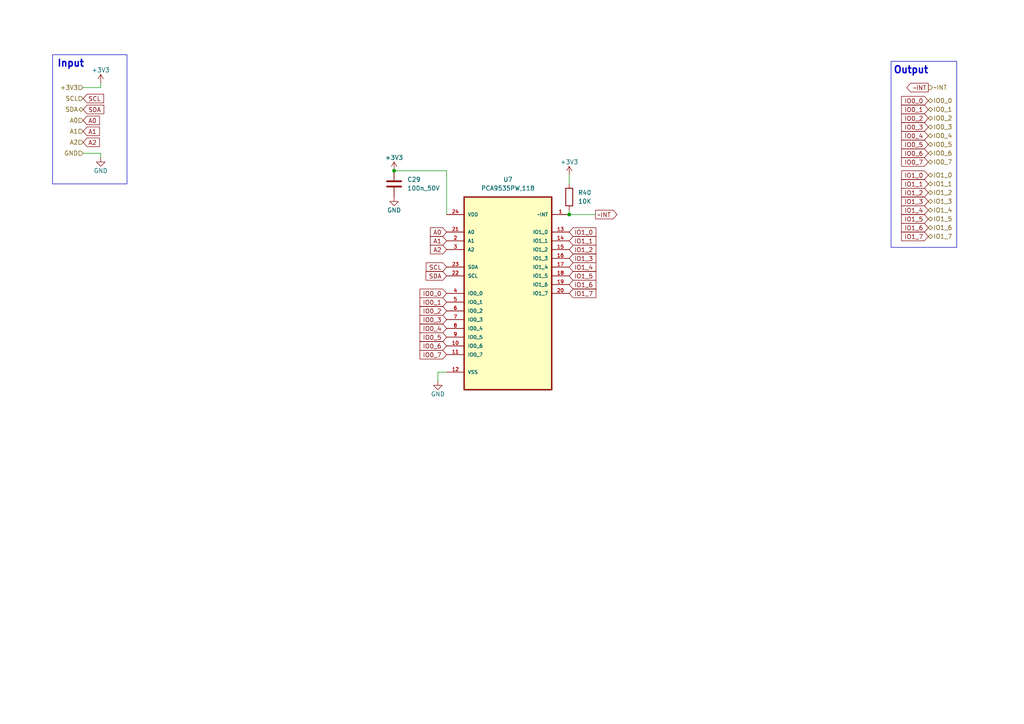
<source format=kicad_sch>
(kicad_sch (version 20231120) (generator "eeschema") (generator_version "8.0")
  (paper "A4")
  (lib_symbols
    (symbol "_C_0402:100n_50V" (pin_numbers hide) (pin_names (offset 0.254))
      (property "Reference" "C" (at 0.635 2.54 0))
      (property "Value" "100n_50V" (at 0.635 -2.54 0))
      (symbol "100n_50V_0_1"
        (polyline (pts (xy -2.032 -0.762) (xy 2.032 -0.762)) (stroke (width 0.508)))
        (polyline (pts (xy -2.032 0.762) (xy 2.032 0.762)) (stroke (width 0.508)))
      )
      (symbol "100n_50V_1_1"
        (pin passive line (at 0 3.81 270) (length 2.794) (name "~") (number "1"))
        (pin passive line (at 0 -3.81 90) (length 2.794) (name "~") (number "2"))
      )
    )
    (symbol "_Interface_Expansion:PCA9535PW,118" (pin_names (offset 1.016))
      (property "Reference" "U" (at -11.938 25.908 0))
      (property "Value" "PCA9535PW,118" (at -7.366 -33.274 0))
      (symbol "PCA9535PW,118_0_0"
        (rectangle (start -12.7 -30.48) (end 12.7 25.4) (stroke (width 0.4064)) (fill (type background)))
        (pin output line (at 17.78 20.32 180) (length 5.08) (name "~INT") (number "1"))
        (pin bidirectional line (at -17.78 -17.78 0) (length 5.08) (name "IO0_6") (number "10"))
        (pin bidirectional line (at -17.78 -20.32 0) (length 5.08) (name "IO0_7") (number "11"))
        (pin passive line (at -17.78 -25.4 0) (length 5.08) (name "VSS") (number "12"))
        (pin bidirectional line (at 17.78 15.24 180) (length 5.08) (name "IO1_0") (number "13"))
        (pin bidirectional line (at 17.78 12.7 180) (length 5.08) (name "IO1_1") (number "14"))
        (pin bidirectional line (at 17.78 10.16 180) (length 5.08) (name "IO1_2") (number "15"))
        (pin bidirectional line (at 17.78 7.62 180) (length 5.08) (name "IO1_3") (number "16"))
        (pin bidirectional line (at 17.78 5.08 180) (length 5.08) (name "IO1_4") (number "17"))
        (pin bidirectional line (at 17.78 2.54 180) (length 5.08) (name "IO1_5") (number "18"))
        (pin bidirectional line (at 17.78 0 180) (length 5.08) (name "IO1_6") (number "19"))
        (pin input line (at -17.78 12.7 0) (length 5.08) (name "A1") (number "2"))
        (pin bidirectional line (at 17.78 -2.54 180) (length 5.08) (name "IO1_7") (number "20"))
        (pin input line (at -17.78 15.24 0) (length 5.08) (name "A0") (number "21"))
        (pin input line (at -17.78 2.54 0) (length 5.08) (name "SCL") (number "22"))
        (pin bidirectional line (at -17.78 5.08 0) (length 5.08) (name "SDA") (number "23"))
        (pin power_in line (at -17.78 20.32 0) (length 5.08) (name "VDD") (number "24"))
        (pin input line (at -17.78 10.16 0) (length 5.08) (name "A2") (number "3"))
        (pin bidirectional line (at -17.78 -2.54 0) (length 5.08) (name "IO0_0") (number "4"))
        (pin bidirectional line (at -17.78 -5.08 0) (length 5.08) (name "IO0_1") (number "5"))
        (pin bidirectional line (at -17.78 -7.62 0) (length 5.08) (name "IO0_2") (number "6"))
        (pin bidirectional line (at -17.78 -10.16 0) (length 5.08) (name "IO0_3") (number "7"))
        (pin bidirectional line (at -17.78 -12.7 0) (length 5.08) (name "IO0_4") (number "8"))
        (pin bidirectional line (at -17.78 -15.24 0) (length 5.08) (name "IO0_5") (number "9"))
      )
    )
    (symbol "_R_0402:10K" (pin_numbers hide) (pin_names (offset 0))
      (property "Reference" "R" (at 2.032 0 90))
      (property "Value" "10K" (at 0 0 90))
      (symbol "10K_0_1"
        (rectangle (start -1.016 -2.54) (end 1.016 2.54) (stroke (width 0.254)))
      )
      (symbol "10K_1_1"
        (pin passive line (at 0 3.81 270) (length 1.27) (name "~") (number "1"))
        (pin passive line (at 0 -3.81 90) (length 1.27) (name "~") (number "2"))
      )
    )
    (symbol "power:+3V3" (power) (pin_names (offset 0))
      (property "Value" "+3V3" (at 0 3.556 0))
      (symbol "+3V3_0_1"
        (polyline (pts (xy -0.762 1.27) (xy 0 2.54)))
        (polyline (pts (xy 0 0) (xy 0 2.54)))
        (polyline (pts (xy 0 2.54) (xy 0.762 1.27)))
      )
      (symbol "+3V3_1_1"
        (pin power_in line (at 0 0 90) (length 0) hide (name "+3V3") (number "1"))
      )
    )
    (symbol "power:GND" (power) (pin_names (offset 0))
      (property "Value" "GND" (at 0 -3.81 0))
      (symbol "GND_0_1"
        (polyline (pts (xy 0 0) (xy 0 -1.27) (xy 1.27 -1.27) (xy 0 -2.54) (xy -1.27 -1.27) (xy 0 -1.27)))
      )
      (symbol "GND_1_1"
        (pin power_in line (at 0 0 270) (length 0) hide (name "GND") (number "1"))
      )
    )
  )
  (junction (at 165.1 62.23))
  (junction (at 114.3 49.53))
  (wire (pts (xy 127 107.95) (xy 129.54 107.95)))
  (wire (pts (xy 29.21 24.13) (xy 29.21 25.4)))
  (wire (pts (xy 24.13 25.4) (xy 29.21 25.4)))
  (wire (pts (xy 24.13 44.45) (xy 29.21 44.45)))
  (wire (pts (xy 165.1 62.23) (xy 165.1 60.96)))
  (wire (pts (xy 29.21 44.45) (xy 29.21 45.72)))
  (wire (pts (xy 165.1 62.23) (xy 172.72 62.23)))
  (wire (pts (xy 165.1 50.8) (xy 165.1 53.34)))
  (wire (pts (xy 129.54 49.53) (xy 114.3 49.53)))
  (wire (pts (xy 127 110.49) (xy 127 107.95)))
  (wire (pts (xy 129.54 62.23) (xy 129.54 49.53)))
  (rectangle (start 15.24 15.875) (end 36.83 53.34))
  (rectangle (start 258.445 17.78) (end 277.495 71.755))
  (text "Output" (at 259.08 21.59 0) (effects (font (size 2 2) (thickness 0.4) (bold yes)) (justify left bottom)))
  (text "Input" (at 16.51 19.685 0) (effects (font (size 2 2) (thickness 0.4) (bold yes)) (justify left bottom)))
  (global_label "A1" (shape input) (at 129.54 69.85 180) (property "Intersheetrefs" "${INTERSHEET_REFS}" (effects (hide yes))))
  (global_label "IO1_7" (shape input) (at 269.24 68.58 180) (property "Intersheetrefs" "${INTERSHEET_REFS}" (effects (hide yes))))
  (global_label "IO0_5" (shape input) (at 269.24 41.91 180) (property "Intersheetrefs" "${INTERSHEET_REFS}" (effects (hide yes))))
  (global_label "IO1_4" (shape input) (at 165.1 77.47 0) (property "Intersheetrefs" "${INTERSHEET_REFS}" (effects (hide yes))))
  (global_label "IO1_2" (shape input) (at 269.24 55.88 180) (property "Intersheetrefs" "${INTERSHEET_REFS}" (effects (hide yes))))
  (global_label "IO0_6" (shape input) (at 269.24 44.45 180) (property "Intersheetrefs" "${INTERSHEET_REFS}" (effects (hide yes))))
  (global_label "SDA" (shape input) (at 129.54 80.01 180) (property "Intersheetrefs" "${INTERSHEET_REFS}" (effects (hide yes))))
  (global_label "SDA" (shape input) (at 24.13 31.75 0) (property "Intersheetrefs" "${INTERSHEET_REFS}" (effects (hide yes))))
  (global_label "IO0_4" (shape input) (at 129.54 95.25 180) (property "Intersheetrefs" "${INTERSHEET_REFS}" (effects (hide yes))))
  (global_label "IO0_1" (shape input) (at 129.54 87.63 180) (property "Intersheetrefs" "${INTERSHEET_REFS}" (effects (hide yes))))
  (global_label "SCL" (shape input) (at 24.13 28.575 0) (property "Intersheetrefs" "${INTERSHEET_REFS}" (effects (hide yes))))
  (global_label "IO1_0" (shape input) (at 165.1 67.31 0) (property "Intersheetrefs" "${INTERSHEET_REFS}" (effects (hide yes))))
  (global_label "IO1_1" (shape input) (at 269.24 53.34 180) (property "Intersheetrefs" "${INTERSHEET_REFS}" (effects (hide yes))))
  (global_label "IO0_0" (shape input) (at 269.24 29.21 180) (property "Intersheetrefs" "${INTERSHEET_REFS}" (effects (hide yes))))
  (global_label "IO1_2" (shape input) (at 165.1 72.39 0) (property "Intersheetrefs" "${INTERSHEET_REFS}" (effects (hide yes))))
  (global_label "IO1_7" (shape input) (at 165.1 85.09 0) (property "Intersheetrefs" "${INTERSHEET_REFS}" (effects (hide yes))))
  (global_label "IO1_6" (shape input) (at 165.1 82.55 0) (property "Intersheetrefs" "${INTERSHEET_REFS}" (effects (hide yes))))
  (global_label "IO0_2" (shape input) (at 129.54 90.17 180) (property "Intersheetrefs" "${INTERSHEET_REFS}" (effects (hide yes))))
  (global_label "~INT" (shape output) (at 269.24 25.4 180) (property "Intersheetrefs" "${INTERSHEET_REFS}" (effects (hide yes))))
  (global_label "IO1_1" (shape input) (at 165.1 69.85 0) (property "Intersheetrefs" "${INTERSHEET_REFS}" (effects (hide yes))))
  (global_label "IO0_4" (shape input) (at 269.24 39.37 180) (property "Intersheetrefs" "${INTERSHEET_REFS}" (effects (hide yes))))
  (global_label "IO0_2" (shape input) (at 269.24 34.29 180) (property "Intersheetrefs" "${INTERSHEET_REFS}" (effects (hide yes))))
  (global_label "IO0_0" (shape input) (at 129.54 85.09 180) (property "Intersheetrefs" "${INTERSHEET_REFS}" (effects (hide yes))))
  (global_label "IO1_0" (shape input) (at 269.24 50.8 180) (property "Intersheetrefs" "${INTERSHEET_REFS}" (effects (hide yes))))
  (global_label "SCL" (shape input) (at 129.54 77.47 180) (property "Intersheetrefs" "${INTERSHEET_REFS}" (effects (hide yes))))
  (global_label "IO0_7" (shape input) (at 269.24 46.99 180) (property "Intersheetrefs" "${INTERSHEET_REFS}" (effects (hide yes))))
  (global_label "IO0_3" (shape input) (at 269.24 36.83 180) (property "Intersheetrefs" "${INTERSHEET_REFS}" (effects (hide yes))))
  (global_label "A0" (shape input) (at 24.13 34.925 0) (property "Intersheetrefs" "${INTERSHEET_REFS}" (effects (hide yes))))
  (global_label "IO1_6" (shape input) (at 269.24 66.04 180) (property "Intersheetrefs" "${INTERSHEET_REFS}" (effects (hide yes))))
  (global_label "IO1_3" (shape input) (at 269.24 58.42 180) (property "Intersheetrefs" "${INTERSHEET_REFS}" (effects (hide yes))))
  (global_label "IO1_3" (shape input) (at 165.1 74.93 0) (property "Intersheetrefs" "${INTERSHEET_REFS}" (effects (hide yes))))
  (global_label "~INT" (shape output) (at 172.72 62.23 0) (property "Intersheetrefs" "${INTERSHEET_REFS}" (effects (hide yes))))
  (global_label "IO0_5" (shape input) (at 129.54 97.79 180) (property "Intersheetrefs" "${INTERSHEET_REFS}" (effects (hide yes))))
  (global_label "A2" (shape input) (at 24.13 41.275 0) (property "Intersheetrefs" "${INTERSHEET_REFS}" (effects (hide yes))))
  (global_label "A0" (shape input) (at 129.54 67.31 180) (property "Intersheetrefs" "${INTERSHEET_REFS}" (effects (hide yes))))
  (global_label "IO1_4" (shape input) (at 269.24 60.96 180) (property "Intersheetrefs" "${INTERSHEET_REFS}" (effects (hide yes))))
  (global_label "IO0_1" (shape input) (at 269.24 31.75 180) (property "Intersheetrefs" "${INTERSHEET_REFS}" (effects (hide yes))))
  (global_label "IO1_5" (shape input) (at 269.24 63.5 180) (property "Intersheetrefs" "${INTERSHEET_REFS}" (effects (hide yes))))
  (global_label "IO0_6" (shape input) (at 129.54 100.33 180) (property "Intersheetrefs" "${INTERSHEET_REFS}" (effects (hide yes))))
  (global_label "IO1_5" (shape input) (at 165.1 80.01 0) (property "Intersheetrefs" "${INTERSHEET_REFS}" (effects (hide yes))))
  (global_label "IO0_7" (shape input) (at 129.54 102.87 180) (property "Intersheetrefs" "${INTERSHEET_REFS}" (effects (hide yes))))
  (global_label "A2" (shape input) (at 129.54 72.39 180) (property "Intersheetrefs" "${INTERSHEET_REFS}" (effects (hide yes))))
  (global_label "A1" (shape input) (at 24.13 38.1 0) (property "Intersheetrefs" "${INTERSHEET_REFS}" (effects (hide yes))))
  (global_label "IO0_3" (shape input) (at 129.54 92.71 180) (property "Intersheetrefs" "${INTERSHEET_REFS}" (effects (hide yes))))
  (hierarchical_label "+3V3" (shape input) (at 24.13 25.4 180))
  (hierarchical_label "IO1_2" (shape bidirectional) (at 269.24 55.88 0))
  (hierarchical_label "A0" (shape input) (at 24.13 34.925 180))
  (hierarchical_label "IO0_2" (shape bidirectional) (at 269.24 34.29 0))
  (hierarchical_label "SDA" (shape bidirectional) (at 24.13 31.75 180))
  (hierarchical_label "IO0_4" (shape bidirectional) (at 269.24 39.37 0))
  (hierarchical_label "IO1_1" (shape bidirectional) (at 269.24 53.34 0))
  (hierarchical_label "IO0_7" (shape bidirectional) (at 269.24 46.99 0))
  (hierarchical_label "IO1_7" (shape bidirectional) (at 269.24 68.58 0))
  (hierarchical_label "A2" (shape input) (at 24.13 41.275 180))
  (hierarchical_label "GND" (shape input) (at 24.13 44.45 180))
  (hierarchical_label "IO1_4" (shape bidirectional) (at 269.24 60.96 0))
  (hierarchical_label "A1" (shape input) (at 24.13 38.1 180))
  (hierarchical_label "IO1_5" (shape bidirectional) (at 269.24 63.5 0))
  (hierarchical_label "IO1_3" (shape bidirectional) (at 269.24 58.42 0))
  (hierarchical_label "SCL" (shape input) (at 24.13 28.575 180))
  (hierarchical_label "IO0_5" (shape bidirectional) (at 269.24 41.91 0))
  (hierarchical_label "IO0_0" (shape bidirectional) (at 269.24 29.21 0))
  (hierarchical_label "~INT" (shape output) (at 269.24 25.4 0))
  (hierarchical_label "IO0_3" (shape bidirectional) (at 269.24 36.83 0))
  (hierarchical_label "IO1_6" (shape bidirectional) (at 269.24 66.04 0))
  (hierarchical_label "IO0_6" (shape bidirectional) (at 269.24 44.45 0))
  (hierarchical_label "IO0_1" (shape bidirectional) (at 269.24 31.75 0))
  (hierarchical_label "IO1_0" (shape bidirectional) (at 269.24 50.8 0))
  (symbol (lib_id "power:+3V3") (at 114.3 49.53 0) (unit 1)
    (property "Reference" "#PWR0109" (effects (hide yes)))
    (property "Value" "+3V3" (at 114.3 45.72 0))
  )
  (symbol (lib_id "power:GND") (at 114.3 57.15 0) (unit 1)
    (property "Reference" "#PWR0110" (effects (hide yes)))
    (property "Value" "GND" (at 114.3 60.96 0))
  )
  (symbol (lib_id "_Interface_Expansion:PCA9535PW,118") (at 147.32 82.55 0) (unit 1)
    (property "Reference" "U7" (at 147.32 52.07 0))
    (property "Value" "PCA9535PW,118" (at 147.32 54.61 0))
    (property "Footprint" "Package_SO:TSSOP-24_4.4x7.8mm_P0.65mm" (effects (hide yes)))
    (property "Datasheet" "https://wmsc.lcsc.com/wmsc/upload/file/pdf/v2/lcsc/2304140030_NXP-Semicon-PCA9535PW-118_C255606.pdf" (effects (hide yes)))
    (property "Description" "16xI/O Expander 400kHz TSSOP-24" (effects (hide yes)))
    (property "MF" "NXP USA" (effects (hide yes)))
    (property "PACKAGE" "TSSOP-24" (effects (hide yes)))
    (property "MPN" "PCA9535PW,118" (effects (hide yes)))
    (property "Price" "None" (effects (hide yes)))
    (property "Package" "TSSOP-24 NXP Semiconductors" (effects (hide yes)))
    (property "OC_FARNELL" "-" (effects (hide yes)))
    (property "MP" "PCA9535PW,118" (effects (hide yes)))
    (property "SUPPLIER" "NXP" (effects (hide yes)))
    (property "OC_NEWARK" "70R6541" (effects (hide yes)))
    (property "MF_1" "NXP Semicon" (effects (hide yes)))
    (property "MPN_1" "PCA9535PW,118" (effects (hide yes)))
    (property "OC_LCSC" "C255606" (effects (hide yes)))
  )
  (symbol (lib_id "_R_0402:10K") (at 165.1 57.15 0) (unit 1)
    (property "Reference" "R40" (at 167.64 55.8799 0) (effects (justify left)))
    (property "Value" "10K" (at 167.64 58.4199 0) (effects (justify left)))
    (property "Footprint" "Resistor_SMD:R_0402_1005Metric" (effects (hide yes)))
    (property "Description" "Resistor 10K 1% 62.5mW 50V 0402" (effects (hide yes)))
    (property "MF" "UNI-ROYAL" (effects (hide yes)))
    (property "MPN" "0402WGF1002TCE" (effects (hide yes)))
    (property "OC_LCSC" "C25744" (effects (hide yes)))
  )
  (symbol (lib_id "_C_0402:100n_50V") (at 114.3 53.34 0) (unit 1)
    (property "Reference" "C29" (at 118.11 52.0699 0) (effects (justify left)))
    (property "Value" "100n_50V" (at 118.11 54.6099 0) (effects (justify left)))
    (property "Footprint" "Capacitor_SMD:C_0402_1005Metric" (effects (hide yes)))
    (property "Datasheet" "https://product.samsungsem.com/mlcc/CL05B104KB54PN.do" (effects (hide yes)))
    (property "Description" "Capacitor 100nF 50V X7R 10% 0402" (effects (hide yes)))
    (property "MF" "Samsung Electro-Mechanics" (effects (hide yes)))
    (property "MPN" "CL05B104KB54PNC" (effects (hide yes)))
    (property "OC_LCSC" "C307331" (effects (hide yes)))
  )
  (symbol (lib_id "power:GND") (at 29.21 45.72 0) (unit 1)
    (property "Reference" "#PWR0108" (effects (hide yes)))
    (property "Value" "GND" (at 29.21 49.53 0))
  )
  (symbol (lib_id "power:+3V3") (at 29.21 24.13 0) (unit 1)
    (property "Reference" "#PWR0107" (effects (hide yes)))
    (property "Value" "+3V3" (at 29.21 20.32 0))
  )
  (symbol (lib_id "power:+3V3") (at 165.1 50.8 0) (unit 1)
    (property "Reference" "#PWR0112" (effects (hide yes)))
    (property "Value" "+3V3" (at 165.1 46.99 0))
  )
  (symbol (lib_id "power:GND") (at 127 110.49 0) (unit 1)
    (property "Reference" "#PWR0111" (effects (hide yes)))
    (property "Value" "GND" (at 127 114.3 0))
  )
)
</source>
